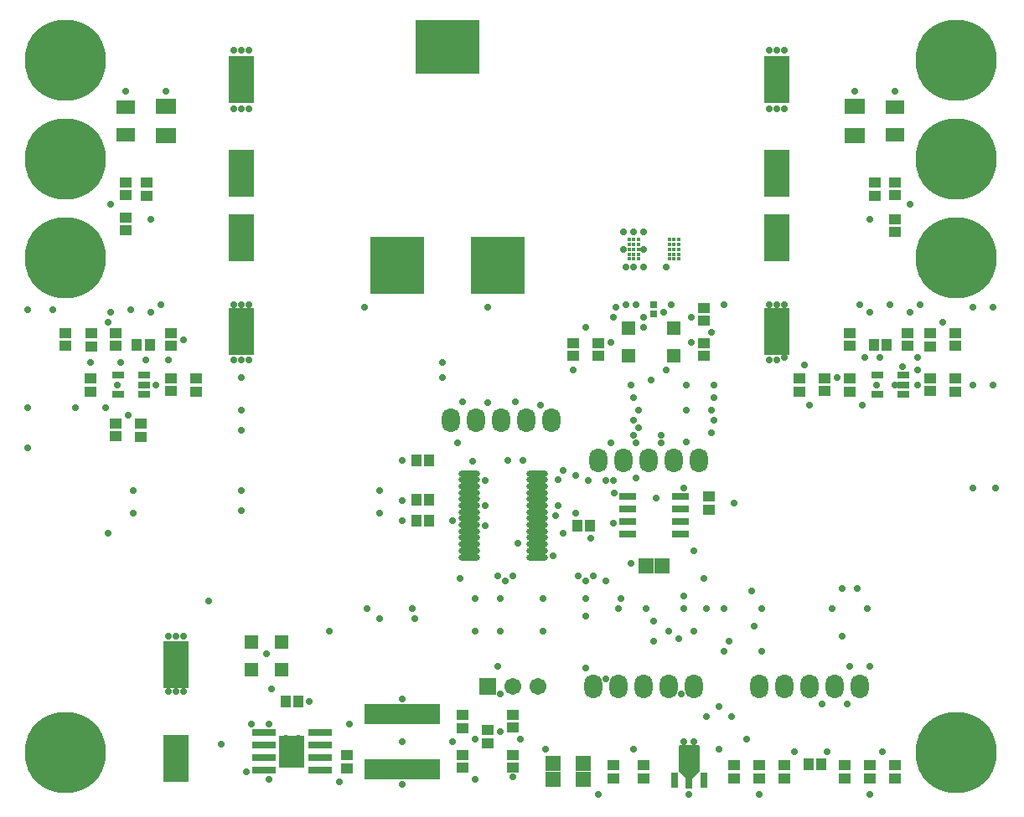
<source format=gts>
G04 Layer_Color=8388736*
%FSLAX25Y25*%
%MOIN*%
G70*
G01*
G75*
%ADD48R,0.09461X0.02768*%
%ADD49R,0.10249X0.13005*%
%ADD50R,0.04147X0.04540*%
%ADD51R,0.09855X0.19107*%
%ADD52R,0.04737X0.04343*%
%ADD53R,0.06312X0.05918*%
%ADD54R,0.04540X0.04147*%
%ADD55R,0.30328X0.07887*%
%ADD56R,0.03162X0.06312*%
%ADD57R,0.03162X0.04737*%
%ADD58R,0.02965X0.02768*%
%ADD59R,0.04343X0.04737*%
%ADD60R,0.04737X0.02965*%
%ADD61R,0.05918X0.06312*%
%ADD62R,0.06706X0.03162*%
%ADD63R,0.07887X0.05918*%
%ADD64R,0.05524X0.05524*%
%ADD65R,0.05524X0.05524*%
%ADD66R,0.07296X0.05524*%
%ADD67C,0.01706*%
%ADD68R,0.21800X0.22800*%
%ADD69R,0.25800X0.21600*%
%ADD70O,0.08674X0.02572*%
%ADD71O,0.07099X0.09658*%
%ADD72C,0.32296*%
%ADD73C,0.06706*%
%ADD74R,0.06706X0.06706*%
%ADD75C,0.02768*%
G36*
X271300Y22665D02*
X271352Y22655D01*
X271401Y22638D01*
X271448Y22615D01*
X271492Y22586D01*
X271531Y22551D01*
X272024Y22059D01*
X272058Y22020D01*
X272087Y21976D01*
X272111Y21929D01*
X272127Y21879D01*
X272138Y21828D01*
X272141Y21776D01*
Y12228D01*
X272138Y12176D01*
X272127Y12125D01*
X272111Y12075D01*
X272087Y12028D01*
X272058Y11984D01*
X272024Y11945D01*
X269465Y9386D01*
X269425Y9351D01*
X269381Y9322D01*
X269335Y9299D01*
X269285Y9282D01*
X269233Y9272D01*
X269181Y9268D01*
X266819D01*
X266767Y9272D01*
X266715Y9282D01*
X266666Y9299D01*
X266618Y9322D01*
X266575Y9351D01*
X266535Y9386D01*
X263976Y11945D01*
X263942Y11984D01*
X263913Y12028D01*
X263890Y12075D01*
X263873Y12125D01*
X263862Y12176D01*
X263859Y12228D01*
Y21776D01*
X263861Y21800D01*
X263862Y21828D01*
X263862Y21828D01*
Y21828D01*
X263866Y21848D01*
X263873Y21879D01*
X263873Y21879D01*
X263873Y21879D01*
X263877Y21893D01*
X263890Y21929D01*
X263913Y21976D01*
X263913Y21976D01*
D01*
X263913Y21976D01*
X263942Y22020D01*
X263942Y22020D01*
X263942Y22020D01*
X263952Y22031D01*
X263976Y22059D01*
X264468Y22551D01*
X264468Y22551D01*
X264468Y22551D01*
X264496Y22576D01*
X264508Y22586D01*
X264508Y22586D01*
X264508Y22586D01*
X264529Y22600D01*
X264551Y22615D01*
X264551Y22615D01*
D01*
X264555Y22617D01*
X264598Y22638D01*
X264598Y22638D01*
X264598Y22638D01*
X264645Y22654D01*
X264648Y22655D01*
D01*
X264648Y22655D01*
X264689Y22663D01*
X264700Y22665D01*
X264700D01*
X264700Y22665D01*
X264729Y22667D01*
X264752Y22669D01*
X264752D01*
X264752D01*
X271248Y22669D01*
X271248D01*
D01*
X271300Y22665D01*
D02*
G37*
D48*
X98681Y27500D02*
D03*
Y22500D02*
D03*
Y17500D02*
D03*
Y12500D02*
D03*
X121319D02*
D03*
Y17500D02*
D03*
Y22500D02*
D03*
Y27500D02*
D03*
D49*
X110000Y20000D02*
D03*
D50*
X107441Y40000D02*
D03*
X112559D02*
D03*
X320559Y15000D02*
D03*
X315441D02*
D03*
X164559Y136000D02*
D03*
X159441D02*
D03*
D51*
X64000Y17299D02*
D03*
Y54701D02*
D03*
X303000Y250299D02*
D03*
Y287701D02*
D03*
Y224701D02*
D03*
Y187299D02*
D03*
X90000Y224701D02*
D03*
Y187299D02*
D03*
Y250299D02*
D03*
Y287701D02*
D03*
D52*
X132000Y18657D02*
D03*
Y13342D02*
D03*
X187928Y23343D02*
D03*
Y28657D02*
D03*
X178000Y29342D02*
D03*
Y34657D02*
D03*
X238000Y14658D02*
D03*
Y9342D02*
D03*
X350000Y14658D02*
D03*
Y9342D02*
D03*
X340000Y14658D02*
D03*
Y9342D02*
D03*
X330000Y14658D02*
D03*
Y9342D02*
D03*
X286000Y14658D02*
D03*
Y9342D02*
D03*
X296000Y14658D02*
D03*
Y9342D02*
D03*
X306000Y14658D02*
D03*
Y9342D02*
D03*
X364000Y186658D02*
D03*
Y181342D02*
D03*
X374000Y168658D02*
D03*
Y163342D02*
D03*
X332000D02*
D03*
Y168658D02*
D03*
X312000D02*
D03*
Y163342D02*
D03*
X30000D02*
D03*
Y168658D02*
D03*
X72000Y163342D02*
D03*
Y168658D02*
D03*
X50000Y150657D02*
D03*
Y145343D02*
D03*
X30072Y186658D02*
D03*
Y181342D02*
D03*
X276000Y121658D02*
D03*
Y116342D02*
D03*
X341928Y246657D02*
D03*
Y241342D02*
D03*
X52072Y246657D02*
D03*
Y241342D02*
D03*
X250000Y9342D02*
D03*
Y14658D02*
D03*
D53*
X214000Y15150D02*
D03*
Y8850D02*
D03*
X226000Y15150D02*
D03*
Y8850D02*
D03*
D54*
X198000Y18559D02*
D03*
Y13441D02*
D03*
Y34559D02*
D03*
Y29441D02*
D03*
X178000Y13441D02*
D03*
Y18559D02*
D03*
X374000Y181441D02*
D03*
Y186559D02*
D03*
X355000Y181441D02*
D03*
Y186559D02*
D03*
X332000Y181441D02*
D03*
Y186559D02*
D03*
X364000Y163441D02*
D03*
Y168559D02*
D03*
X322000Y163441D02*
D03*
Y168559D02*
D03*
X62000Y168559D02*
D03*
Y163441D02*
D03*
X40000Y150559D02*
D03*
Y145441D02*
D03*
X20000Y181441D02*
D03*
Y186559D02*
D03*
X40000Y186559D02*
D03*
Y181441D02*
D03*
X62000Y186559D02*
D03*
Y181441D02*
D03*
X274000Y191441D02*
D03*
Y196559D02*
D03*
X222000Y182559D02*
D03*
Y177441D02*
D03*
X350000Y226882D02*
D03*
Y232000D02*
D03*
Y241441D02*
D03*
Y246559D02*
D03*
X232000Y177441D02*
D03*
Y182559D02*
D03*
X274000Y177441D02*
D03*
Y182559D02*
D03*
X44000Y241441D02*
D03*
Y246559D02*
D03*
Y227441D02*
D03*
Y232559D02*
D03*
D55*
X154000Y12976D02*
D03*
Y35024D02*
D03*
D56*
X262094Y8488D02*
D03*
X273905D02*
D03*
D57*
X268000Y7701D02*
D03*
D58*
X253865Y194228D02*
D03*
Y197772D02*
D03*
D59*
X346657Y182000D02*
D03*
X341342D02*
D03*
X48170D02*
D03*
X53485D02*
D03*
X159343Y120072D02*
D03*
X164657D02*
D03*
X159343Y112000D02*
D03*
X164657D02*
D03*
X228658Y110000D02*
D03*
X223342D02*
D03*
D60*
X342685Y162260D02*
D03*
Y169740D02*
D03*
X353315D02*
D03*
Y166000D02*
D03*
Y162260D02*
D03*
X40685D02*
D03*
Y169740D02*
D03*
X51315D02*
D03*
Y166000D02*
D03*
Y162260D02*
D03*
D61*
X250850Y94000D02*
D03*
X257150D02*
D03*
D62*
X243370Y106500D02*
D03*
Y111500D02*
D03*
Y116500D02*
D03*
Y121500D02*
D03*
X264630D02*
D03*
Y116500D02*
D03*
Y111500D02*
D03*
Y106500D02*
D03*
D63*
X334000Y276709D02*
D03*
Y265291D02*
D03*
X60000Y276709D02*
D03*
Y265291D02*
D03*
D64*
X244000Y177370D02*
D03*
X262000D02*
D03*
X106000Y52370D02*
D03*
X94000D02*
D03*
D65*
X244000Y188630D02*
D03*
X262000D02*
D03*
X106000Y63630D02*
D03*
X94000D02*
D03*
D66*
X44000Y276512D02*
D03*
Y265488D02*
D03*
X350000D02*
D03*
Y276512D02*
D03*
D67*
X247771Y223937D02*
D03*
X246000D02*
D03*
X244228D02*
D03*
X247771Y221969D02*
D03*
X246000D02*
D03*
X244228D02*
D03*
X247771Y220000D02*
D03*
X246000Y220000D02*
D03*
X244228Y220000D02*
D03*
X247771Y218032D02*
D03*
X246000D02*
D03*
X244228D02*
D03*
X247771Y216063D02*
D03*
X246000D02*
D03*
X244228D02*
D03*
X263771Y223937D02*
D03*
X262000D02*
D03*
X260228D02*
D03*
X263771Y221969D02*
D03*
X262000D02*
D03*
X260228D02*
D03*
X263771Y220000D02*
D03*
X262000Y220000D02*
D03*
X260228Y220000D02*
D03*
X263771Y218032D02*
D03*
X262000D02*
D03*
X260228D02*
D03*
X263771Y216063D02*
D03*
X262000D02*
D03*
X260228D02*
D03*
D68*
X152000Y213500D02*
D03*
X192000D02*
D03*
D69*
X172000Y300400D02*
D03*
D70*
X207583Y97366D02*
D03*
Y99925D02*
D03*
Y102484D02*
D03*
Y105043D02*
D03*
Y107602D02*
D03*
Y110161D02*
D03*
Y112721D02*
D03*
Y115279D02*
D03*
Y117839D02*
D03*
Y120398D02*
D03*
Y122957D02*
D03*
Y125516D02*
D03*
Y128075D02*
D03*
Y130634D02*
D03*
X180417Y97366D02*
D03*
Y99925D02*
D03*
Y102484D02*
D03*
Y105043D02*
D03*
Y107602D02*
D03*
Y110161D02*
D03*
Y112721D02*
D03*
Y115279D02*
D03*
Y117839D02*
D03*
Y120398D02*
D03*
Y122957D02*
D03*
Y125516D02*
D03*
Y128075D02*
D03*
Y130634D02*
D03*
D71*
X250000Y46000D02*
D03*
X260000D02*
D03*
X270000D02*
D03*
X240000D02*
D03*
X230000D02*
D03*
X296000D02*
D03*
X306000D02*
D03*
X336000D02*
D03*
X326000D02*
D03*
X316000D02*
D03*
X232000Y136000D02*
D03*
X242000D02*
D03*
X272000D02*
D03*
X262000D02*
D03*
X252000D02*
D03*
X173259Y152000D02*
D03*
X183259D02*
D03*
X213259D02*
D03*
X203259D02*
D03*
X193259D02*
D03*
D72*
X19685Y216535D02*
D03*
X374016Y19685D02*
D03*
X19685D02*
D03*
Y295276D02*
D03*
X374016D02*
D03*
X19685Y255906D02*
D03*
X374016Y216535D02*
D03*
Y255906D02*
D03*
D73*
X208000Y46000D02*
D03*
X198000D02*
D03*
D74*
X188000D02*
D03*
D75*
X101000Y31000D02*
D03*
Y9000D02*
D03*
X112559Y14882D02*
D03*
X107441D02*
D03*
X112559Y20000D02*
D03*
X107441D02*
D03*
X112559Y25118D02*
D03*
X107441D02*
D03*
X246000Y227000D02*
D03*
X327000Y169000D02*
D03*
X237000Y143000D02*
D03*
X235000Y88000D02*
D03*
X254000Y72000D02*
D03*
X193000Y28000D02*
D03*
X174000Y24000D02*
D03*
X133000Y31000D02*
D03*
X5000Y141000D02*
D03*
X40545Y165902D02*
D03*
X61000Y176000D02*
D03*
X52000D02*
D03*
X139000Y197000D02*
D03*
X353000Y173087D02*
D03*
X344000Y177000D02*
D03*
X277000Y187000D02*
D03*
X269000Y193000D02*
D03*
X247000Y198000D02*
D03*
X282000D02*
D03*
X192000Y54000D02*
D03*
X154000Y41000D02*
D03*
X183000Y9000D02*
D03*
X154000Y7000D02*
D03*
X154000Y24000D02*
D03*
X37000Y191000D02*
D03*
X42000Y175000D02*
D03*
X67000Y184000D02*
D03*
X58000Y198000D02*
D03*
X46000Y196000D02*
D03*
X5000D02*
D03*
Y157000D02*
D03*
X24000D02*
D03*
X77000Y80000D02*
D03*
X37000Y107000D02*
D03*
X177000Y89000D02*
D03*
X125000Y68000D02*
D03*
X47000Y115000D02*
D03*
Y124000D02*
D03*
X36000Y157000D02*
D03*
X145000Y124000D02*
D03*
Y115000D02*
D03*
X90000Y116000D02*
D03*
Y124000D02*
D03*
Y148000D02*
D03*
Y156000D02*
D03*
X237000Y183000D02*
D03*
X227000Y189000D02*
D03*
X176000Y143000D02*
D03*
X178000Y159087D02*
D03*
X188000Y159000D02*
D03*
X170000Y169000D02*
D03*
Y175000D02*
D03*
X87000Y198000D02*
D03*
X93000D02*
D03*
X90000D02*
D03*
X87000Y176000D02*
D03*
X93000D02*
D03*
X90000D02*
D03*
Y169000D02*
D03*
X235000Y128000D02*
D03*
X228000D02*
D03*
X218000Y132000D02*
D03*
X215000Y114000D02*
D03*
X266000Y125000D02*
D03*
X247000Y128913D02*
D03*
X286000Y119000D02*
D03*
X270000Y100000D02*
D03*
X255000Y121000D02*
D03*
X284000Y64000D02*
D03*
X294000Y70000D02*
D03*
X293000Y84000D02*
D03*
X335000Y85000D02*
D03*
X329000D02*
D03*
X316000Y158000D02*
D03*
X337000D02*
D03*
X390000Y125000D02*
D03*
X381000D02*
D03*
X389000Y166000D02*
D03*
X381000D02*
D03*
X359000Y177000D02*
D03*
X342545Y165902D02*
D03*
X338000Y177000D02*
D03*
X239000Y197000D02*
D03*
X222000Y172000D02*
D03*
X250000Y189000D02*
D03*
X258000Y195000D02*
D03*
X269000Y183000D02*
D03*
X314000Y174000D02*
D03*
X277000Y147000D02*
D03*
Y156000D02*
D03*
X278000Y166000D02*
D03*
X267000D02*
D03*
Y156000D02*
D03*
Y143087D02*
D03*
X259000Y172000D02*
D03*
X245000Y166000D02*
D03*
X253000Y168000D02*
D03*
X257000Y143000D02*
D03*
X247000D02*
D03*
X248000Y149000D02*
D03*
Y156000D02*
D03*
X209000Y158000D02*
D03*
X200000Y103000D02*
D03*
X196000Y136000D02*
D03*
X202000D02*
D03*
X218000Y107000D02*
D03*
X214000Y98000D02*
D03*
X100000Y59000D02*
D03*
X82000Y23000D02*
D03*
X94000Y31000D02*
D03*
X102000Y45000D02*
D03*
X129000Y8000D02*
D03*
X183000Y25000D02*
D03*
X201000D02*
D03*
X246000Y21000D02*
D03*
X211000D02*
D03*
X193000Y43000D02*
D03*
X235000Y49000D02*
D03*
X265000Y43000D02*
D03*
X268000Y3000D02*
D03*
X291000Y25000D02*
D03*
X310000Y20000D02*
D03*
X323000D02*
D03*
X331000Y39000D02*
D03*
X345000Y20000D02*
D03*
X321000Y39000D02*
D03*
X275000Y34000D02*
D03*
X285000D02*
D03*
X274000Y89000D02*
D03*
X266000Y82000D02*
D03*
X264000Y65000D02*
D03*
X254000Y64000D02*
D03*
X227000Y53087D02*
D03*
Y74000D02*
D03*
X210000Y68000D02*
D03*
X183000D02*
D03*
X193000D02*
D03*
X183000Y81000D02*
D03*
X193000D02*
D03*
X227000D02*
D03*
X210000D02*
D03*
X241000D02*
D03*
X145000Y73000D02*
D03*
X159000D02*
D03*
X61000Y66000D02*
D03*
X67000D02*
D03*
X64000D02*
D03*
X61000Y44000D02*
D03*
X67000D02*
D03*
X64000D02*
D03*
X117000Y40000D02*
D03*
X92000Y12000D02*
D03*
X198000Y10000D02*
D03*
X232000Y3000D02*
D03*
X270000Y24000D02*
D03*
X266000D02*
D03*
X296000Y3000D02*
D03*
X340000D02*
D03*
Y54000D02*
D03*
X332000D02*
D03*
X329000Y66000D02*
D03*
X360000Y198000D02*
D03*
X188000Y197000D02*
D03*
X348000Y198000D02*
D03*
X336000D02*
D03*
X300000Y176000D02*
D03*
X306000Y177000D02*
D03*
X303000Y176000D02*
D03*
X306000Y198000D02*
D03*
X303000D02*
D03*
X300000D02*
D03*
X381000Y197000D02*
D03*
X389000D02*
D03*
X369000Y191000D02*
D03*
X350000Y283000D02*
D03*
X334000D02*
D03*
X300000Y299315D02*
D03*
X306000D02*
D03*
X303000D02*
D03*
X306000Y276000D02*
D03*
X300000D02*
D03*
X303000D02*
D03*
X60000Y283000D02*
D03*
X44000D02*
D03*
X87000Y276000D02*
D03*
X93000D02*
D03*
X87000Y299315D02*
D03*
X93000D02*
D03*
X90000Y276000D02*
D03*
Y299315D02*
D03*
X216000Y118000D02*
D03*
X223000Y115000D02*
D03*
Y130000D02*
D03*
X246000Y146000D02*
D03*
X257000D02*
D03*
X238000Y193000D02*
D03*
X250000D02*
D03*
X245000Y95000D02*
D03*
X238000Y111000D02*
D03*
X229000Y105000D02*
D03*
X230000Y90000D02*
D03*
X227000Y88000D02*
D03*
X192000Y90000D02*
D03*
X195000Y88000D02*
D03*
X198000Y90000D02*
D03*
X224000D02*
D03*
X266000Y77000D02*
D03*
X275000D02*
D03*
X251000D02*
D03*
X339000D02*
D03*
X325000D02*
D03*
X297000D02*
D03*
X282000D02*
D03*
X240000D02*
D03*
X158000D02*
D03*
X140000D02*
D03*
X260000Y68000D02*
D03*
X270000D02*
D03*
X215925Y128075D02*
D03*
X297000Y60000D02*
D03*
X282000D02*
D03*
X182000Y135457D02*
D03*
X246000Y161000D02*
D03*
X278000D02*
D03*
Y152000D02*
D03*
X246000D02*
D03*
X356000Y195000D02*
D03*
X340000D02*
D03*
X38000D02*
D03*
X54000D02*
D03*
X187000Y110000D02*
D03*
X199000Y159087D02*
D03*
X187000Y128000D02*
D03*
X356000Y238000D02*
D03*
X38000D02*
D03*
X340000Y232000D02*
D03*
X54000D02*
D03*
X243000Y198000D02*
D03*
X238000Y128000D02*
D03*
X238043Y122957D02*
D03*
X280000Y38000D02*
D03*
Y21000D02*
D03*
X56000Y166000D02*
D03*
X349969D02*
D03*
X359000D02*
D03*
Y172000D02*
D03*
X259000Y213000D02*
D03*
X243000D02*
D03*
X246000D02*
D03*
X261000Y198000D02*
D03*
X242000Y220000D02*
D03*
X250000D02*
D03*
Y213000D02*
D03*
Y227000D02*
D03*
X242000D02*
D03*
X154000Y112000D02*
D03*
X187000Y118000D02*
D03*
X154000Y120000D02*
D03*
X174000Y112000D02*
D03*
X15000Y196000D02*
D03*
X154000Y136000D02*
D03*
X30000Y175000D02*
D03*
X45000Y154000D02*
D03*
M02*

</source>
